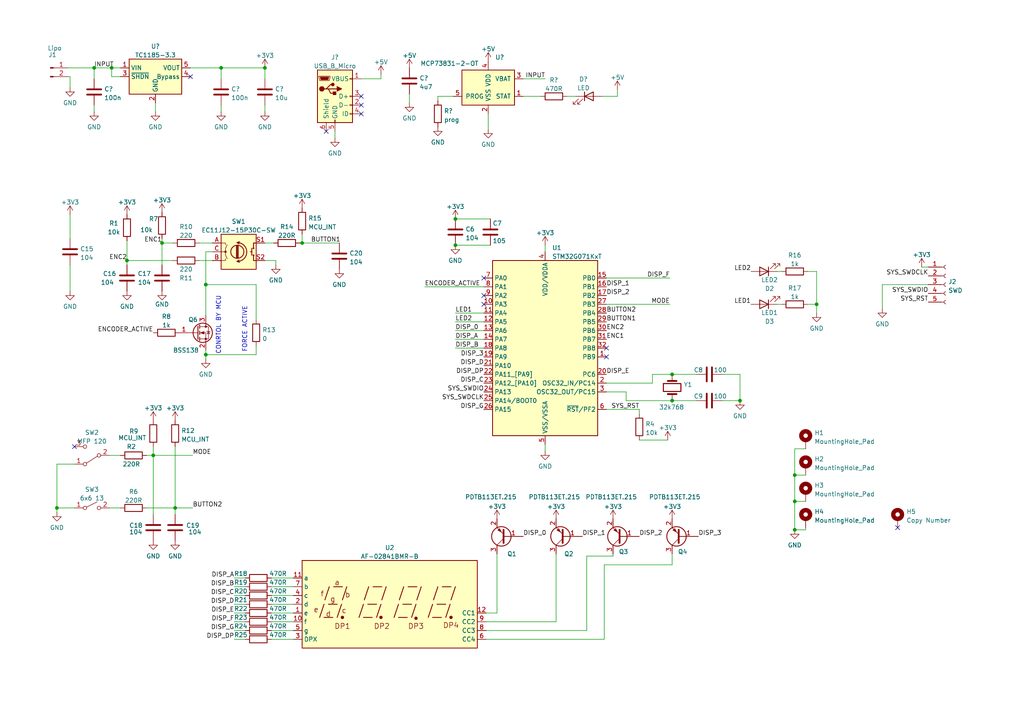
<source format=kicad_sch>
(kicad_sch (version 20211123) (generator eeschema)
  (paper "A4")
  (lib_symbols
    (symbol "Battery_Management:MCP73831-2-OT" (pin_names (offset 1.016))
      (property "Reference" "U" (at -7.62 6.35 0))
      (property "Value" "MCP73831-2-OT" (at 1.27 6.35 0))
      (symbol "MCP73831-2-OT_1_1"
        (pin output line (at 10.16 -2.54 180) (length 2.54) (name "STAT") (number "1"))
        (pin power_in line (at 0 -7.62 90) (length 2.54) (name "VSS") (number "2"))
        (pin power_out line (at 10.16 2.54 180) (length 2.54) (name "VBAT") (number "3"))
        (pin power_in line (at 0 7.62 270) (length 2.54) (name "VDD") (number "4"))
        (pin input line (at -10.16 -2.54 0) (length 2.54) (name "PROG") (number "5"))
      )
    )
    (symbol "Connector:Conn_01x02_Male" (pin_names (offset 1.016) hide)
      (property "Reference" "J" (at 0 2.54 0))
      (property "Value" "Conn_01x02_Male" (at 0 -5.08 0))
      (symbol "Conn_01x02_Male_1_1"
        (pin passive line (at 5.08 0 180) (length 3.81) (name "Pin_1") (number "1"))
        (pin passive line (at 5.08 -2.54 180) (length 3.81) (name "Pin_2") (number "2"))
      )
    )
    (symbol "Connector:Conn_01x05_Female" (pin_names (offset 1.016) hide)
      (property "Reference" "J" (at 0 7.62 0))
      (property "Value" "Conn_01x05_Female" (at 0 -7.62 0))
      (symbol "Conn_01x05_Female_1_1"
        (pin passive line (at -5.08 5.08 0) (length 3.81) (name "Pin_1") (number "1"))
        (pin passive line (at -5.08 2.54 0) (length 3.81) (name "Pin_2") (number "2"))
        (pin passive line (at -5.08 0 0) (length 3.81) (name "Pin_3") (number "3"))
        (pin passive line (at -5.08 -2.54 0) (length 3.81) (name "Pin_4") (number "4"))
        (pin passive line (at -5.08 -5.08 0) (length 3.81) (name "Pin_5") (number "5"))
      )
    )
    (symbol "Connector:USB_B_Micro" (pin_names (offset 1.016))
      (property "Reference" "J" (at -5.08 11.43 0))
      (property "Value" "USB_B_Micro" (at -5.08 8.89 0))
      (symbol "USB_B_Micro_1_1"
        (pin power_out line (at 7.62 5.08 180) (length 2.54) (name "VBUS") (number "1"))
        (pin bidirectional line (at 7.62 -2.54 180) (length 2.54) (name "D-") (number "2"))
        (pin bidirectional line (at 7.62 0 180) (length 2.54) (name "D+") (number "3"))
        (pin passive line (at 7.62 -5.08 180) (length 2.54) (name "ID") (number "4"))
        (pin power_out line (at 0 -10.16 90) (length 2.54) (name "GND") (number "5"))
        (pin passive line (at -2.54 -10.16 90) (length 2.54) (name "Shield") (number "6"))
      )
    )
    (symbol "Device:C" (pin_numbers hide) (pin_names (offset 0.254))
      (property "Reference" "C" (at 0.635 2.54 0))
      (property "Value" "C" (at 0.635 -2.54 0))
      (symbol "C_1_1"
        (pin passive line (at 0 3.81 270) (length 2.794) (name "~") (number "1"))
        (pin passive line (at 0 -3.81 90) (length 2.794) (name "~") (number "2"))
      )
    )
    (symbol "Device:Crystal" (pin_numbers hide) (pin_names (offset 1.016) hide)
      (property "Reference" "Y" (at 0 3.81 0))
      (property "Value" "Crystal" (at 0 -3.81 0))
      (symbol "Crystal_1_1"
        (pin passive line (at -3.81 0 0) (length 1.27) (name "1") (number "1"))
        (pin passive line (at 3.81 0 180) (length 1.27) (name "2") (number "2"))
      )
    )
    (symbol "Device:LED" (pin_numbers hide) (pin_names (offset 1.016) hide)
      (property "Reference" "D" (at 0 2.54 0))
      (property "Value" "LED" (at 0 -2.54 0))
      (symbol "LED_1_1"
        (pin passive line (at -3.81 0 0) (length 2.54) (name "K") (number "1"))
        (pin passive line (at 3.81 0 180) (length 2.54) (name "A") (number "2"))
      )
    )
    (symbol "Device:Q_NMOS_GSD" (pin_names (offset 0) hide)
      (property "Reference" "Q" (at 5.08 1.27 0))
      (property "Value" "Q_NMOS_GSD" (at 5.08 -1.27 0))
      (symbol "Q_NMOS_GSD_1_1"
        (pin input line (at -5.08 0 0) (length 2.54) (name "G") (number "1"))
        (pin passive line (at 2.54 -5.08 90) (length 2.54) (name "S") (number "2"))
        (pin passive line (at 2.54 5.08 270) (length 2.54) (name "D") (number "3"))
      )
    )
    (symbol "Device:R" (pin_numbers hide) (pin_names (offset 0))
      (property "Reference" "R" (at 2.032 0 90))
      (property "Value" "R" (at 0 0 90))
      (symbol "R_1_1"
        (pin passive line (at 0 3.81 270) (length 1.27) (name "~") (number "1"))
        (pin passive line (at 0 -3.81 90) (length 1.27) (name "~") (number "2"))
      )
    )
    (symbol "Device:RotaryEncoder_Switch" (pin_names (offset 0.254) hide)
      (property "Reference" "SW" (at 0 6.604 0))
      (property "Value" "RotaryEncoder_Switch" (at 0 -6.604 0))
      (symbol "RotaryEncoder_Switch_1_1"
        (pin passive line (at -7.62 2.54 0) (length 2.54) (name "A") (number "A"))
        (pin passive line (at -7.62 -2.54 0) (length 2.54) (name "B") (number "B"))
        (pin passive line (at -7.62 0 0) (length 2.54) (name "C") (number "C"))
        (pin passive line (at 7.62 2.54 180) (length 2.54) (name "S1") (number "S1"))
        (pin passive line (at 7.62 -2.54 180) (length 2.54) (name "S2") (number "S2"))
      )
    )
    (symbol "Display_Character:CC56-12EWA"
      (property "Reference" "U" (at -24.13 13.97 0))
      (property "Value" "CC56-12EWA" (at 19.05 13.97 0))
      (symbol "CC56-12EWA_0_0"
        (text "a" (at -15.24 6.35 0) (effects (font (size 1.524 1.524))))
        (text "b" (at -12.192 2.794 0) (effects (font (size 1.524 1.524))))
        (text "c" (at -13.208 -1.778 0) (effects (font (size 1.524 1.524))))
        (text "d" (at -17.78 -2.794 0) (effects (font (size 1.524 1.524))))
        (text "DP1" (at -13.716 -6.35 0) (effects (font (size 1.524 1.524))))
        (text "DP2" (at -2.286 -6.35 0) (effects (font (size 1.524 1.524))))
        (text "DP3" (at 7.62 -6.35 0) (effects (font (size 1.524 1.524))))
        (text "DP4" (at 17.78 -6.096 0) (effects (font (size 1.524 1.524))))
        (text "e" (at -21.336 -1.524 0) (effects (font (size 1.524 1.524))))
        (text "f" (at -19.558 3.048 0) (effects (font (size 1.524 1.524))))
        (text "g" (at -16.51 1.524 0) (effects (font (size 1.524 1.524))))
      )
      (symbol "CC56-12EWA_1_1"
        (pin input line (at -27.94 -2.54 0) (length 2.54) (name "e") (number "1"))
        (pin input line (at -27.94 -5.08 0) (length 2.54) (name "f") (number "10"))
        (pin input line (at -27.94 7.62 0) (length 2.54) (name "a") (number "11"))
        (pin input line (at 27.94 -2.54 180) (length 2.54) (name "CC1") (number "12"))
        (pin input line (at -27.94 0 0) (length 2.54) (name "d") (number "2"))
        (pin input line (at -27.94 -10.16 0) (length 2.54) (name "DPX") (number "3"))
        (pin input line (at -27.94 2.54 0) (length 2.54) (name "c") (number "4"))
        (pin input line (at -27.94 -7.62 0) (length 2.54) (name "g") (number "5"))
        (pin input line (at 27.94 -10.16 180) (length 2.54) (name "CC4") (number "6"))
        (pin input line (at -27.94 5.08 0) (length 2.54) (name "b") (number "7"))
        (pin input line (at 27.94 -7.62 180) (length 2.54) (name "CC3") (number "8"))
        (pin input line (at 27.94 -5.08 180) (length 2.54) (name "CC2") (number "9"))
      )
    )
    (symbol "MCU_ST_STM32G0:STM32G071KxT"
      (property "Reference" "U" (at -15.24 26.67 0))
      (property "Value" "STM32G071KxT" (at 1.27 26.67 0))
      (symbol "STM32G071KxT_1_1"
        (pin bidirectional line (at 17.78 -2.54 180) (length 2.54) (name "PB9") (number "1"))
        (pin bidirectional line (at -17.78 12.7 0) (length 2.54) (name "PA3") (number "10"))
        (pin bidirectional line (at -17.78 10.16 0) (length 2.54) (name "PA4") (number "11"))
        (pin bidirectional line (at -17.78 7.62 0) (length 2.54) (name "PA5") (number "12"))
        (pin bidirectional line (at -17.78 5.08 0) (length 2.54) (name "PA6") (number "13"))
        (pin bidirectional line (at -17.78 2.54 0) (length 2.54) (name "PA7") (number "14"))
        (pin bidirectional line (at 17.78 20.32 180) (length 2.54) (name "PB0") (number "15"))
        (pin bidirectional line (at 17.78 17.78 180) (length 2.54) (name "PB1") (number "16"))
        (pin bidirectional line (at 17.78 15.24 180) (length 2.54) (name "PB2") (number "17"))
        (pin bidirectional line (at -17.78 0 0) (length 2.54) (name "PA8") (number "18"))
        (pin bidirectional line (at -17.78 -2.54 0) (length 2.54) (name "PA9") (number "19"))
        (pin bidirectional line (at 17.78 -10.16 180) (length 2.54) (name "OSC32_IN/PC14") (number "2"))
        (pin bidirectional line (at 17.78 -7.62 180) (length 2.54) (name "PC6") (number "20"))
        (pin bidirectional line (at -17.78 -5.08 0) (length 2.54) (name "PA10") (number "21"))
        (pin bidirectional line (at -17.78 -7.62 0) (length 2.54) (name "PA11_[PA9]") (number "22"))
        (pin bidirectional line (at -17.78 -10.16 0) (length 2.54) (name "PA12_[PA10]") (number "23"))
        (pin bidirectional line (at -17.78 -12.7 0) (length 2.54) (name "PA13") (number "24"))
        (pin bidirectional line (at -17.78 -15.24 0) (length 2.54) (name "PA14/BOOT0") (number "25"))
        (pin bidirectional line (at -17.78 -17.78 0) (length 2.54) (name "PA15") (number "26"))
        (pin bidirectional line (at 17.78 12.7 180) (length 2.54) (name "PB3") (number "27"))
        (pin bidirectional line (at 17.78 10.16 180) (length 2.54) (name "PB4") (number "28"))
        (pin bidirectional line (at 17.78 7.62 180) (length 2.54) (name "PB5") (number "29"))
        (pin bidirectional line (at 17.78 -12.7 180) (length 2.54) (name "OSC32_OUT/PC15") (number "3"))
        (pin bidirectional line (at 17.78 5.08 180) (length 2.54) (name "PB6") (number "30"))
        (pin bidirectional line (at 17.78 2.54 180) (length 2.54) (name "PB7") (number "31"))
        (pin bidirectional line (at 17.78 0 180) (length 2.54) (name "PB8") (number "32"))
        (pin power_in line (at 0 27.94 270) (length 2.54) (name "VDD/VDDA") (number "4"))
        (pin power_in line (at 0 -27.94 90) (length 2.54) (name "VSS/VSSA") (number "5"))
        (pin bidirectional line (at 17.78 -17.78 180) (length 2.54) (name "~{RST}/PF2") (number "6"))
        (pin bidirectional line (at -17.78 20.32 0) (length 2.54) (name "PA0") (number "7"))
        (pin bidirectional line (at -17.78 17.78 0) (length 2.54) (name "PA1") (number "8"))
        (pin bidirectional line (at -17.78 15.24 0) (length 2.54) (name "PA2") (number "9"))
      )
    )
    (symbol "Mechanical:MountingHole_Pad" (pin_numbers hide) (pin_names (offset 1.016) hide)
      (property "Reference" "H" (at 0 6.35 0))
      (property "Value" "MountingHole_Pad" (at 0 4.445 0))
      (symbol "MountingHole_Pad_1_1"
        (pin input line (at 0 -2.54 90) (length 2.54) (name "1") (number "1"))
      )
    )
    (symbol "Regulator_Linear:TC1185-xCT"
      (property "Reference" "U" (at -6.35 6.35 0))
      (property "Value" "TC1185-xCT" (at 0 6.35 0))
      (symbol "TC1185-xCT_1_1"
        (pin power_in line (at -10.16 2.54 0) (length 2.54) (name "VIN") (number "1"))
        (pin power_in line (at 0 -7.62 90) (length 2.54) (name "GND") (number "2"))
        (pin input line (at -10.16 0 0) (length 2.54) (name "~{SHDN}") (number "3"))
        (pin passive line (at 10.16 0 180) (length 2.54) (name "Bypass") (number "4"))
        (pin power_out line (at 10.16 2.54 180) (length 2.54) (name "VOUT") (number "5"))
      )
    )
    (symbol "Switch:SW_SPDT" (pin_names (offset 0) hide)
      (property "Reference" "SW" (at 0 4.318 0))
      (property "Value" "SW_SPDT" (at 0 -5.08 0))
      (symbol "SW_SPDT_1_1"
        (pin passive line (at 5.08 2.54 180) (length 2.54) (name "A") (number "1"))
        (pin passive line (at -5.08 0 0) (length 2.54) (name "B") (number "2"))
        (pin passive line (at 5.08 -2.54 180) (length 2.54) (name "C") (number "3"))
      )
    )
    (symbol "Switch:SW_SPST" (pin_names (offset 0) hide)
      (property "Reference" "SW" (at 0 3.175 0))
      (property "Value" "SW_SPST" (at 0 -2.54 0))
      (symbol "SW_SPST_1_1"
        (pin passive line (at -5.08 0 0) (length 2.54) (name "A") (number "1"))
        (pin passive line (at 5.08 0 180) (length 2.54) (name "B") (number "2"))
      )
    )
    (symbol "Transistor_BJT:BC807" (pin_names (offset 0) hide)
      (property "Reference" "Q" (at 5.08 1.905 0))
      (property "Value" "BC807" (at 5.08 0 0))
      (symbol "BC807_1_1"
        (pin input line (at -5.08 0 0) (length 5.715) (name "B") (number "1"))
        (pin passive line (at 2.54 -5.08 90) (length 2.54) (name "E") (number "2"))
        (pin passive line (at 2.54 5.08 270) (length 2.54) (name "C") (number "3"))
      )
    )
    (symbol "power:+3V3" (power) (pin_names (offset 0))
      (property "Value" "+3V3" (at 0 3.556 0))
      (symbol "+3V3_1_1"
        (pin power_in line (at 0 0 90) (length 0) hide (name "+3V3") (number "1"))
      )
    )
    (symbol "power:+5V" (power) (pin_names (offset 0))
      (property "Value" "+5V" (at 0 3.556 0))
      (symbol "+5V_1_1"
        (pin power_in line (at 0 0 90) (length 0) hide (name "+5V") (number "1"))
      )
    )
    (symbol "power:GND" (power) (pin_names (offset 0))
      (property "Value" "GND" (at 0 -3.81 0))
      (symbol "GND_1_1"
        (pin power_in line (at 0 0 270) (length 0) hide (name "GND") (number "1"))
      )
    )
  )
  (junction (at 16.51 147.32))
  (junction (at 27.305 19.685))
  (junction (at 87.63 70.485))
  (junction (at 76.835 19.685))
  (junction (at 59.69 102.87))
  (junction (at 230.505 137.795))
  (junction (at 59.69 82.55))
  (junction (at 230.505 145.415))
  (junction (at 194.945 116.205))
  (junction (at 64.135 19.685))
  (junction (at 32.385 19.685))
  (junction (at 46.99 70.485))
  (junction (at 236.855 88.265))
  (junction (at 132.08 71.12))
  (junction (at 44.45 132.08))
  (junction (at 230.505 153.67))
  (junction (at 50.8 147.32))
  (junction (at 214.63 116.205))
  (junction (at 194.945 108.585))
  (junction (at 36.83 75.565))
  (junction (at 132.08 63.5))
  (no_connect (at 140.335 80.645))
  (no_connect (at 94.615 38.1))
  (no_connect (at 21.59 129.54))
  (no_connect (at 55.245 22.225))
  (no_connect (at 104.775 33.02))
  (no_connect (at 104.775 30.48))
  (no_connect (at 104.775 27.94))
  (no_connect (at 140.335 88.265))
  (no_connect (at 140.335 85.725))
  (no_connect (at 175.895 100.965))
  (no_connect (at 175.895 103.505))
  (no_connect (at 260.35 153.035))
  (wire (pts (xy 76.835 70.485) (xy 79.375 70.485)))
  (wire (pts (xy 55.245 19.685) (xy 64.135 19.685)))
  (wire (pts (xy 67.945 180.34) (xy 71.12 180.34)))
  (wire (pts (xy 175.895 80.645) (xy 194.31 80.645)))
  (wire (pts (xy 59.69 102.87) (xy 74.295 102.87)))
  (wire (pts (xy 36.83 76.835) (xy 36.83 75.565)))
  (wire (pts (xy 236.855 88.265) (xy 236.855 90.805)))
  (wire (pts (xy 59.69 101.6) (xy 59.69 102.87)))
  (wire (pts (xy 31.75 132.08) (xy 34.925 132.08)))
  (wire (pts (xy 127 27.94) (xy 131.445 27.94)))
  (wire (pts (xy 64.135 19.685) (xy 76.835 19.685)))
  (wire (pts (xy 132.08 63.5) (xy 142.24 63.5)))
  (wire (pts (xy 32.385 19.685) (xy 34.925 19.685)))
  (wire (pts (xy 234.315 88.265) (xy 236.855 88.265)))
  (wire (pts (xy 161.29 160.655) (xy 161.29 180.34)))
  (wire (pts (xy 57.785 70.485) (xy 61.595 70.485)))
  (wire (pts (xy 175.895 118.745) (xy 185.42 118.745)))
  (wire (pts (xy 87.63 67.945) (xy 87.63 70.485)))
  (wire (pts (xy 175.26 185.42) (xy 175.26 163.83)))
  (wire (pts (xy 16.51 134.62) (xy 21.59 134.62)))
  (wire (pts (xy 86.995 70.485) (xy 87.63 70.485)))
  (wire (pts (xy 179.07 27.94) (xy 174.625 27.94)))
  (wire (pts (xy 175.895 113.665) (xy 181.61 113.665)))
  (wire (pts (xy 67.945 175.26) (xy 71.12 175.26)))
  (wire (pts (xy 189.23 111.125) (xy 189.23 108.585)))
  (wire (pts (xy 57.785 75.565) (xy 61.595 75.565)))
  (wire (pts (xy 209.55 108.585) (xy 214.63 108.585)))
  (wire (pts (xy 78.74 177.8) (xy 85.09 177.8)))
  (wire (pts (xy 46.99 69.215) (xy 46.99 70.485)))
  (wire (pts (xy 194.945 108.585) (xy 201.93 108.585)))
  (wire (pts (xy 230.505 153.67) (xy 230.505 145.415)))
  (wire (pts (xy 132.08 100.965) (xy 140.335 100.965)))
  (wire (pts (xy 19.685 19.685) (xy 27.305 19.685)))
  (wire (pts (xy 234.315 78.74) (xy 236.855 78.74)))
  (wire (pts (xy 158.115 71.12) (xy 158.115 73.025)))
  (wire (pts (xy 175.895 88.265) (xy 194.31 88.265)))
  (wire (pts (xy 230.505 137.795) (xy 233.68 137.795)))
  (wire (pts (xy 36.83 69.85) (xy 36.83 75.565)))
  (wire (pts (xy 27.305 30.48) (xy 27.305 32.385)))
  (wire (pts (xy 20.32 62.23) (xy 20.32 69.215)))
  (wire (pts (xy 230.505 130.175) (xy 233.68 130.175)))
  (wire (pts (xy 78.74 185.42) (xy 85.09 185.42)))
  (wire (pts (xy 181.61 116.205) (xy 194.945 116.205)))
  (wire (pts (xy 46.99 70.485) (xy 46.99 76.835)))
  (wire (pts (xy 255.905 82.55) (xy 269.24 82.55)))
  (wire (pts (xy 236.855 78.74) (xy 236.855 88.265)))
  (wire (pts (xy 233.68 153.67) (xy 233.68 153.035)))
  (wire (pts (xy 76.835 75.565) (xy 80.01 75.565)))
  (wire (pts (xy 118.745 27.305) (xy 118.745 29.845)))
  (wire (pts (xy 20.32 25.4) (xy 20.32 22.225)))
  (wire (pts (xy 78.74 180.34) (xy 85.09 180.34)))
  (wire (pts (xy 132.08 98.425) (xy 140.335 98.425)))
  (wire (pts (xy 132.08 90.805) (xy 140.335 90.805)))
  (wire (pts (xy 267.335 77.47) (xy 269.24 77.47)))
  (wire (pts (xy 16.51 147.32) (xy 21.59 147.32)))
  (wire (pts (xy 78.74 172.72) (xy 85.09 172.72)))
  (wire (pts (xy 140.97 177.8) (xy 144.145 177.8)))
  (wire (pts (xy 74.295 82.55) (xy 59.69 82.55)))
  (wire (pts (xy 225.425 78.74) (xy 226.695 78.74)))
  (wire (pts (xy 164.465 27.94) (xy 167.005 27.94)))
  (wire (pts (xy 140.97 185.42) (xy 175.26 185.42)))
  (wire (pts (xy 27.305 19.685) (xy 27.305 22.86)))
  (wire (pts (xy 64.135 19.685) (xy 64.135 22.86)))
  (wire (pts (xy 141.605 33.02) (xy 141.605 37.465)))
  (wire (pts (xy 64.135 30.48) (xy 64.135 32.385)))
  (wire (pts (xy 189.23 108.585) (xy 194.945 108.585)))
  (wire (pts (xy 76.835 30.48) (xy 76.835 32.385)))
  (wire (pts (xy 230.505 145.415) (xy 230.505 137.795)))
  (wire (pts (xy 230.505 145.415) (xy 233.68 145.415)))
  (wire (pts (xy 74.295 82.55) (xy 74.295 92.71)))
  (wire (pts (xy 140.97 180.34) (xy 161.29 180.34)))
  (wire (pts (xy 87.63 70.485) (xy 98.425 70.485)))
  (wire (pts (xy 42.545 132.08) (xy 44.45 132.08)))
  (wire (pts (xy 140.97 182.88) (xy 170.18 182.88)))
  (wire (pts (xy 67.945 182.88) (xy 71.12 182.88)))
  (wire (pts (xy 44.45 132.08) (xy 55.88 132.08)))
  (wire (pts (xy 78.74 167.64) (xy 85.09 167.64)))
  (wire (pts (xy 175.895 111.125) (xy 189.23 111.125)))
  (wire (pts (xy 59.69 102.87) (xy 59.69 104.14)))
  (wire (pts (xy 132.08 95.885) (xy 140.335 95.885)))
  (wire (pts (xy 59.69 82.55) (xy 59.69 91.44)))
  (wire (pts (xy 74.295 102.87) (xy 74.295 100.33)))
  (wire (pts (xy 20.32 76.835) (xy 20.32 84.455)))
  (wire (pts (xy 20.32 22.225) (xy 19.685 22.225)))
  (wire (pts (xy 80.01 75.565) (xy 80.01 76.835)))
  (wire (pts (xy 31.75 147.32) (xy 34.925 147.32)))
  (wire (pts (xy 59.69 73.025) (xy 59.69 82.55)))
  (wire (pts (xy 45.085 29.845) (xy 45.085 32.385)))
  (wire (pts (xy 132.08 71.12) (xy 142.24 71.12)))
  (wire (pts (xy 16.51 148.59) (xy 16.51 147.32)))
  (wire (pts (xy 67.945 170.18) (xy 71.12 170.18)))
  (wire (pts (xy 46.99 70.485) (xy 50.165 70.485)))
  (wire (pts (xy 76.835 19.685) (xy 76.835 22.86)))
  (wire (pts (xy 181.61 113.665) (xy 181.61 116.205)))
  (wire (pts (xy 225.425 88.265) (xy 226.695 88.265)))
  (wire (pts (xy 67.945 167.64) (xy 71.12 167.64)))
  (wire (pts (xy 50.8 147.32) (xy 50.8 149.225)))
  (wire (pts (xy 78.74 182.88) (xy 85.09 182.88)))
  (wire (pts (xy 230.505 137.795) (xy 230.505 130.175)))
  (wire (pts (xy 185.42 118.745) (xy 185.42 120.015)))
  (wire (pts (xy 36.83 75.565) (xy 50.165 75.565)))
  (wire (pts (xy 42.545 147.32) (xy 50.8 147.32)))
  (wire (pts (xy 214.63 108.585) (xy 214.63 116.205)))
  (wire (pts (xy 110.49 21.59) (xy 110.49 22.86)))
  (wire (pts (xy 177.8 161.29) (xy 177.8 160.655)))
  (wire (pts (xy 110.49 22.86) (xy 104.775 22.86)))
  (wire (pts (xy 185.42 127.635) (xy 193.675 127.635)))
  (wire (pts (xy 151.765 22.86) (xy 158.115 22.86)))
  (wire (pts (xy 158.115 128.905) (xy 158.115 130.81)))
  (wire (pts (xy 175.26 163.83) (xy 194.945 163.83)))
  (wire (pts (xy 127 29.21) (xy 127 27.94)))
  (wire (pts (xy 34.925 22.225) (xy 32.385 22.225)))
  (wire (pts (xy 67.945 177.8) (xy 71.12 177.8)))
  (wire (pts (xy 27.305 19.685) (xy 32.385 19.685)))
  (wire (pts (xy 255.905 82.55) (xy 255.905 89.535)))
  (wire (pts (xy 179.07 26.035) (xy 179.07 27.94)))
  (wire (pts (xy 16.51 147.32) (xy 16.51 134.62)))
  (wire (pts (xy 32.385 22.225) (xy 32.385 19.685)))
  (wire (pts (xy 170.18 182.88) (xy 170.18 161.29)))
  (wire (pts (xy 44.45 132.08) (xy 44.45 149.225)))
  (wire (pts (xy 194.945 163.83) (xy 194.945 160.655)))
  (wire (pts (xy 59.69 73.025) (xy 61.595 73.025)))
  (wire (pts (xy 209.55 116.205) (xy 214.63 116.205)))
  (wire (pts (xy 50.8 129.54) (xy 50.8 147.32)))
  (wire (pts (xy 151.765 27.94) (xy 156.845 27.94)))
  (wire (pts (xy 230.505 153.67) (xy 233.68 153.67)))
  (wire (pts (xy 194.945 116.205) (xy 201.93 116.205)))
  (wire (pts (xy 44.45 129.54) (xy 44.45 132.08)))
  (wire (pts (xy 78.74 170.18) (xy 85.09 170.18)))
  (wire (pts (xy 144.145 160.655) (xy 144.145 177.8)))
  (wire (pts (xy 78.74 175.26) (xy 85.09 175.26)))
  (wire (pts (xy 50.8 147.32) (xy 55.88 147.32)))
  (wire (pts (xy 67.945 185.42) (xy 71.12 185.42)))
  (wire (pts (xy 97.155 38.1) (xy 97.155 40.005)))
  (wire (pts (xy 123.19 83.185) (xy 140.335 83.185)))
  (wire (pts (xy 170.18 161.29) (xy 177.8 161.29)))
  (wire (pts (xy 67.945 172.72) (xy 71.12 172.72)))
  (wire (pts (xy 132.08 93.345) (xy 140.335 93.345)))
  (text "FORCE ACTIVE" (at 71.755 102.235 90) (effects (font (size 1.27 1.27)) (justify left bottom)))
  (text "CONRTOL BY MCU" (at 64.135 102.87 90) (effects (font (size 1.27 1.27)) (justify left bottom)))
  (label "BUTTON1" (at 175.895 93.345 0))
  (label "DISP_DP" (at 67.945 185.42 180))
  (label "BUTTON1" (at 90.17 70.485 0))
  (label "DISP_2" (at 185.42 155.575 0))
  (label "DISP_0" (at 132.08 95.885 0))
  (label "LED1" (at 132.08 90.805 0))
  (label "DISP_C" (at 67.945 172.72 180))
  (label "ENC2" (at 36.83 75.565 180))
  (label "SYS_SWDIO" (at 269.24 85.09 180))
  (label "ENC1" (at 175.895 98.425 0))
  (label "DISP_A" (at 132.08 98.425 0))
  (label "ENCODER_ACTIVE" (at 123.19 83.185 0))
  (label "BUTTON2" (at 175.895 90.805 0))
  (label "SYS_SWDIO" (at 140.335 113.665 180))
  (label "DISP_F" (at 67.945 180.34 180))
  (label "BUTTON2" (at 55.88 147.32 0))
  (label "DISP_DP" (at 140.335 108.585 180))
  (label "DISP_A" (at 67.945 167.64 180))
  (label "DISP_G" (at 67.945 182.88 180))
  (label "DISP_3" (at 202.565 155.575 0))
  (label "LED1" (at 217.805 88.265 180))
  (label "DISP_3" (at 140.335 103.505 180))
  (label "INPUT" (at 158.115 22.86 180))
  (label "DISP_E" (at 67.945 177.8 180))
  (label "ENCODER_ACTIVE" (at 44.45 96.52 180))
  (label "SYS_RST" (at 269.24 87.63 180))
  (label "DISP_C" (at 140.335 111.125 180))
  (label "DISP_B" (at 132.08 100.965 0))
  (label "DISP_D" (at 67.945 175.26 180))
  (label "MODE" (at 55.88 132.08 0))
  (label "DISP_E" (at 175.895 108.585 0))
  (label "DISP_0" (at 151.765 155.575 0))
  (label "DISP_F" (at 194.31 80.645 180))
  (label "DISP_1" (at 168.91 155.575 0))
  (label "ENC1" (at 46.99 70.485 180))
  (label "LED2" (at 217.805 78.74 180))
  (label "DISP_G" (at 140.335 118.745 180))
  (label "ENC2" (at 175.895 95.885 0))
  (label "LED2" (at 132.08 93.345 0))
  (label "INPUT" (at 27.305 19.685 0))
  (label "DISP_2" (at 175.895 85.725 0))
  (label "SYS_RST" (at 185.42 118.745 180))
  (label "DISP_1" (at 175.895 83.185 0))
  (label "MODE" (at 194.31 88.265 180))
  (label "DISP_D" (at 140.335 106.045 180))
  (label "SYS_SWDCLK" (at 269.24 80.01 180))
  (label "SYS_SWDCLK" (at 140.335 116.205 180))
  (label "DISP_B" (at 67.945 170.18 180))
  (symbol (lib_id "Device:C") (at 27.305 26.67 0) (unit 1)
    (property "Reference" "C?" (at 30.226 25.8353 0) (effects (justify left)))
    (property "Value" "100n" (at 30.226 28.3722 0) (effects (justify left)))
  )
  (symbol (lib_id "power:+3V3") (at 193.675 127.635 0) (unit 1)
    (property "Reference" "#PWR0119" (effects hide))
    (property "Value" "+3V3" (at 193.675 124.0592 0))
  )
  (symbol (lib_id "power:GND") (at 141.605 37.465 0) (unit 1)
    (property "Reference" "#PWR?" (effects hide))
    (property "Value" "GND" (at 141.605 41.9084 0))
  )
  (symbol (lib_id "power:GND") (at 27.305 32.385 0) (unit 1)
    (property "Reference" "#PWR?" (effects hide))
    (property "Value" "GND" (at 27.305 36.8284 0))
  )
  (symbol (lib_id "Device:C") (at 76.835 26.67 0) (unit 1)
    (property "Reference" "C?" (at 79.756 25.8353 0) (effects (justify left)))
    (property "Value" "10u" (at 79.756 28.3722 0) (effects (justify left)))
  )
  (symbol (lib_id "Device:R") (at 53.975 75.565 90) (unit 1)
    (property "Reference" "R11" (at 53.975 80.645 90))
    (property "Value" "220" (at 53.975 78.105 90))
    (property "Footprint" "Resistor_SMD:R_0603_1608Metric" (effects hide))
  )
  (symbol (lib_id "power:GND") (at 59.69 104.14 0) (unit 1)
    (property "Reference" "#PWR0139" (effects hide))
    (property "Value" "GND" (at 59.69 108.5834 0))
  )
  (symbol (lib_id "power:GND") (at 50.8 156.845 0) (unit 1)
    (property "Reference" "#PWR0143" (effects hide))
    (property "Value" "GND" (at 50.8 161.2884 0))
  )
  (symbol (lib_id "power:GND") (at 118.745 29.845 0) (unit 1)
    (property "Reference" "#PWR?" (effects hide))
    (property "Value" "GND" (at 118.745 34.2884 0))
  )
  (symbol (lib_id "power:+5V") (at 141.605 17.78 0) (unit 1)
    (property "Reference" "#PWR?" (effects hide))
    (property "Value" "+5V" (at 141.605 14.2042 0))
  )
  (symbol (lib_id "Connector:USB_B_Micro") (at 97.155 27.94 0) (unit 1)
    (property "Reference" "J?" (at 97.155 16.6202 0))
    (property "Value" "USB_B_Micro" (at 97.155 19.1571 0))
  )
  (symbol (lib_id "Device:R") (at 48.26 96.52 90) (unit 1)
    (property "Reference" "R8" (at 48.26 91.8042 90))
    (property "Value" "1k" (at 48.26 94.3411 90))
    (property "Footprint" "Resistor_SMD:R_0603_1608Metric" (effects hide))
  )
  (symbol (lib_id "Switch:SW_SPDT") (at 26.67 132.08 180) (unit 1)
    (property "Reference" "SW2" (at 26.67 125.4592 0))
    (property "Value" "MFP 120" (at 26.67 127.9961 0))
    (property "Footprint" "BartLib_Switch:MFP 120" (effects hide))
  )
  (symbol (lib_id "Device:R") (at 74.93 170.18 90) (unit 1)
    (property "Reference" "R19" (at 69.85 168.91 90))
    (property "Value" "470R" (at 80.645 168.91 90))
    (property "Footprint" "Resistor_SMD:R_0603_1608Metric" (effects hide))
  )
  (symbol (lib_id "power:GND") (at 44.45 156.845 0) (unit 1)
    (property "Reference" "#PWR0144" (effects hide))
    (property "Value" "GND" (at 44.45 161.2884 0))
  )
  (symbol (lib_id "Display_Character:CC56-12EWA") (at 113.03 175.26 0) (unit 1)
    (property "Reference" "U2" (at 113.03 158.8602 0))
    (property "Value" "AF-02841BMR-B" (at 113.03 161.3971 0))
    (property "Footprint" "BartLib_Display:LED 7.2mm SMD" (effects hide))
    (property "Datasheet" "http://www.kingbrightusa.com/images/catalog/SPEC/CA56-12EWA.pdf" (effects hide))
  )
  (symbol (lib_id "Device:R") (at 127 33.02 0) (unit 1)
    (property "Reference" "R?" (at 128.778 32.1853 0) (effects (justify left)))
    (property "Value" "prog" (at 128.778 34.7222 0) (effects (justify left)))
  )
  (symbol (lib_id "Device:R") (at 74.93 185.42 90) (unit 1)
    (property "Reference" "R25" (at 69.85 184.15 90))
    (property "Value" "470R" (at 80.645 184.15 90))
    (property "Footprint" "Resistor_SMD:R_0603_1608Metric" (effects hide))
  )
  (symbol (lib_id "power:+3V3") (at 44.45 121.92 0) (unit 1)
    (property "Reference" "#PWR0145" (effects hide))
    (property "Value" "+3V3" (at 44.45 118.3442 0))
  )
  (symbol (lib_id "Device:R") (at 53.975 70.485 90) (unit 1)
    (property "Reference" "R10" (at 53.975 65.7692 90))
    (property "Value" "220" (at 53.975 68.3061 90))
    (property "Footprint" "Resistor_SMD:R_0603_1608Metric" (effects hide))
  )
  (symbol (lib_id "power:GND") (at 16.51 148.59 0) (unit 1)
    (property "Reference" "#PWR0147" (effects hide))
    (property "Value" "GND" (at 16.51 153.0334 0))
  )
  (symbol (lib_id "MCU_ST_STM32G0:STM32G071KxT") (at 158.115 100.965 0) (unit 1)
    (property "Reference" "U1" (at 160.1344 71.8652 0) (effects (justify left)))
    (property "Value" "STM32G071KxT" (at 160.1344 74.4021 0) (effects (justify left)))
    (property "Footprint" "Package_QFP:LQFP-32_7x7mm_P0.8mm" (effects hide))
    (property "Datasheet" "https://www.st.com/resource/en/datasheet/stm32g071kb.pdf" (effects hide))
  )
  (symbol (lib_id "Device:R") (at 44.45 125.73 0) (unit 1)
    (property "Reference" "R9" (at 37.465 125.095 0) (effects (justify left)))
    (property "Value" "MCU_INT" (at 34.29 127 0) (effects (justify left)))
    (property "Footprint" "Resistor_SMD:R_0603_1608Metric" (effects hide))
  )
  (symbol (lib_id "power:+3V3") (at 36.83 62.23 0) (unit 1)
    (property "Reference" "#PWR0140" (effects hide))
    (property "Value" "+3V3" (at 36.83 58.6542 0))
  )
  (symbol (lib_id "Device:Crystal") (at 194.945 112.395 90) (unit 1)
    (property "Reference" "Y1" (at 198.2724 111.5603 90) (effects (justify right)))
    (property "Value" "32k768" (at 191.135 118.11 90) (effects (justify right)))
    (property "Footprint" "BartLib_Crystal:Crystal_D2.00mm_L6.00mm" (effects hide))
  )
  (symbol (lib_id "power:+3V3") (at 177.8 150.495 0) (unit 1)
    (property "Reference" "#PWR0109" (effects hide))
    (property "Value" "+3V3" (at 177.8 146.939 0))
  )
  (symbol (lib_id "Device:R") (at 230.505 78.74 90) (unit 1)
    (property "Reference" "R16" (at 230.505 74.0242 90))
    (property "Value" "1k" (at 230.505 76.5611 90))
    (property "Footprint" "Resistor_SMD:R_0603_1608Metric" (effects hide))
  )
  (symbol (lib_id "Device:R") (at 74.93 177.8 90) (unit 1)
    (property "Reference" "R22" (at 69.85 176.53 90))
    (property "Value" "470R" (at 80.645 176.53 90))
    (property "Footprint" "Resistor_SMD:R_0603_1608Metric" (effects hide))
  )
  (symbol (lib_id "Device:R") (at 74.93 182.88 90) (unit 1)
    (property "Reference" "R24" (at 69.85 181.61 90))
    (property "Value" "470R" (at 80.645 181.61 90))
    (property "Footprint" "Resistor_SMD:R_0603_1608Metric" (effects hide))
  )
  (symbol (lib_id "Device:R") (at 50.8 125.73 0) (unit 1)
    (property "Reference" "R12" (at 52.578 124.8953 0) (effects (justify left)))
    (property "Value" "MCU_INT" (at 52.578 127.4322 0) (effects (justify left)))
    (property "Footprint" "Resistor_SMD:R_0603_1608Metric" (effects hide))
  )
  (symbol (lib_id "power:+5V") (at 179.07 26.035 0) (unit 1)
    (property "Reference" "#PWR?" (effects hide))
    (property "Value" "+5V" (at 179.07 22.4592 0))
  )
  (symbol (lib_id "Device:C") (at 50.8 153.035 0) (unit 1)
    (property "Reference" "C19" (at 53.975 152.4 0) (effects (justify left)))
    (property "Value" "104" (at 54.61 154.305 0) (effects (justify left)))
    (property "Footprint" "Capacitor_SMD:C_0603_1608Metric" (effects hide))
  )
  (symbol (lib_id "power:GND") (at 80.01 76.835 0) (unit 1)
    (property "Reference" "#PWR0138" (effects hide))
    (property "Value" "GND" (at 80.01 81.2784 0))
  )
  (symbol (lib_id "power:GND") (at 45.085 32.385 0) (unit 1)
    (property "Reference" "#PWR?" (effects hide))
    (property "Value" "GND" (at 45.085 36.8284 0))
  )
  (symbol (lib_id "power:+5V") (at 110.49 21.59 0) (unit 1)
    (property "Reference" "#PWR?" (effects hide))
    (property "Value" "+5V" (at 110.49 18.0142 0))
  )
  (symbol (lib_id "Device:R") (at 74.93 172.72 90) (unit 1)
    (property "Reference" "R20" (at 69.85 171.45 90))
    (property "Value" "470R" (at 80.645 171.45 90))
    (property "Footprint" "Resistor_SMD:R_0603_1608Metric" (effects hide))
  )
  (symbol (lib_id "Device:LED") (at 221.615 78.74 180) (unit 1)
    (property "Reference" "D2" (at 223.2025 83.7098 0))
    (property "Value" "LED2" (at 223.2025 81.1729 0))
    (property "Footprint" "LED_SMD:LED_0603_1608Metric" (effects hide))
  )
  (symbol (lib_id "Device:R") (at 46.99 65.405 0) (unit 1)
    (property "Reference" "R7" (at 43.18 63.5 0) (effects (justify left)))
    (property "Value" "10k" (at 40.64 66.675 0) (effects (justify left)))
    (property "Footprint" "Resistor_SMD:R_0603_1608Metric" (effects hide))
  )
  (symbol (lib_id "Device:C") (at 20.32 73.025 0) (unit 1)
    (property "Reference" "C15" (at 23.241 72.1903 0) (effects (justify left)))
    (property "Value" "104" (at 23.241 74.7272 0) (effects (justify left)))
    (property "Footprint" "Capacitor_SMD:C_0603_1608Metric" (effects hide))
  )
  (symbol (lib_id "Device:R") (at 74.93 180.34 90) (unit 1)
    (property "Reference" "R23" (at 69.85 179.07 90))
    (property "Value" "470R" (at 80.645 179.07 90))
    (property "Footprint" "Resistor_SMD:R_0603_1608Metric" (effects hide))
  )
  (symbol (lib_id "Device:C") (at 205.74 116.205 90) (unit 1)
    (property "Reference" "C9" (at 202.565 114.935 90))
    (property "Value" "100" (at 208.915 114.935 90))
    (property "Footprint" "Capacitor_SMD:C_0603_1608Metric" (effects hide))
  )
  (symbol (lib_id "power:+3V3") (at 144.145 150.495 0) (unit 1)
    (property "Reference" "#PWR0110" (effects hide))
    (property "Value" "+3V3" (at 144.145 146.9192 0))
  )
  (symbol (lib_id "Battery_Management:MCP73831-2-OT") (at 141.605 25.4 0) (unit 1)
    (property "Reference" "U?" (at 143.6244 16.6202 0) (effects (justify left)))
    (property "Value" "MCP73831-2-OT" (at 121.92 18.415 0) (effects (justify left)))
    (property "Footprint" "Package_TO_SOT_SMD:SOT-23-5" (effects hide))
    (property "Datasheet" "http://ww1.microchip.com/downloads/en/DeviceDoc/20001984g.pdf" (effects hide))
  )
  (symbol (lib_id "Mechanical:MountingHole_Pad") (at 233.68 142.875 0) (unit 1)
    (property "Reference" "H3" (at 236.22 140.7703 0) (effects (justify left)))
    (property "Value" "MountingHole_Pad" (at 236.22 143.3072 0) (effects (justify left)))
    (property "Footprint" "BartLib_Pad:WirePad 4mm^2 Rect" (effects hide))
  )
  (symbol (lib_id "Connector:Conn_01x05_Female") (at 274.32 82.55 0) (unit 1)
    (property "Reference" "J2" (at 275.0312 81.7153 0) (effects (justify left)))
    (property "Value" "SWD" (at 275.0312 84.2522 0) (effects (justify left)))
    (property "Footprint" "BartLib_Connector:PinHeader_1x05_P1.257_Vertical" (effects hide))
  )
  (symbol (lib_id "power:GND") (at 230.505 153.67 0) (unit 1)
    (property "Reference" "#PWR0148" (effects hide))
    (property "Value" "GND" (at 230.505 158.1134 0))
  )
  (symbol (lib_id "power:GND") (at 64.135 32.385 0) (unit 1)
    (property "Reference" "#PWR?" (effects hide))
    (property "Value" "GND" (at 64.135 36.8284 0))
  )
  (symbol (lib_id "power:+5V") (at 118.745 19.685 0) (unit 1)
    (property "Reference" "#PWR?" (effects hide))
    (property "Value" "+5V" (at 118.745 16.1092 0))
  )
  (symbol (lib_id "power:+3V3") (at 161.29 150.495 0) (unit 1)
    (property "Reference" "#PWR0111" (effects hide))
    (property "Value" "+3V3" (at 161.29 146.939 0))
  )
  (symbol (lib_id "power:GND") (at 158.115 130.81 0) (unit 1)
    (property "Reference" "#PWR0132" (effects hide))
    (property "Value" "GND" (at 158.115 135.2534 0))
  )
  (symbol (lib_id "Device:C") (at 64.135 26.67 0) (unit 1)
    (property "Reference" "C?" (at 67.056 25.8353 0) (effects (justify left)))
    (property "Value" "100n" (at 67.056 28.3722 0) (effects (justify left)))
  )
  (symbol (lib_id "Device:R") (at 36.83 66.04 0) (unit 1)
    (property "Reference" "R1" (at 33.02 64.77 0))
    (property "Value" "10k" (at 33.02 67.31 0))
    (property "Footprint" "Resistor_SMD:R_0603_1608Metric" (effects hide))
  )
  (symbol (lib_id "Transistor_BJT:BC807") (at 180.34 155.575 180) (unit 1)
    (property "Reference" "Q3" (at 182.245 160.02 0) (effects (justify left)))
    (property "Value" "PDTB113ET.215" (at 184.785 144.145 0) (effects (justify left)))
    (property "Footprint" "Package_TO_SOT_SMD:SOT-23" (effects hide))
    (property "Datasheet" "https://www.onsemi.com/pub/Collateral/BC808-D.pdf" (effects hide))
  )
  (symbol (lib_id "Device:LED") (at 221.615 88.265 180) (unit 1)
    (property "Reference" "D3" (at 223.2025 93.2348 0))
    (property "Value" "LED1" (at 223.2025 90.6979 0))
    (property "Footprint" "LED_SMD:LED_0603_1608Metric" (effects hide))
  )
  (symbol (lib_id "Device:C") (at 205.74 108.585 90) (unit 1)
    (property "Reference" "C8" (at 202.565 107.315 90))
    (property "Value" "100" (at 208.915 107.315 90))
    (property "Footprint" "Capacitor_SMD:C_0603_1608Metric" (effects hide))
  )
  (symbol (lib_id "power:GND") (at 236.855 90.805 0) (unit 1)
    (property "Reference" "#PWR0131" (effects hide))
    (property "Value" "GND" (at 236.855 95.2484 0))
  )
  (symbol (lib_id "power:+3V3") (at 46.99 61.595 0) (unit 1)
    (property "Reference" "#PWR0142" (effects hide))
    (property "Value" "+3V3" (at 46.99 58.039 0))
  )
  (symbol (lib_id "Regulator_Linear:TC1185-xCT") (at 45.085 22.225 0) (unit 1)
    (property "Reference" "U?" (at 45.085 13.4452 0))
    (property "Value" "TC1185-3.3" (at 45.085 15.9821 0))
    (property "Footprint" "Package_TO_SOT_SMD:SOT-23-5" (effects hide))
    (property "Datasheet" "https://ww1.microchip.com/downloads/aemDocuments/documents/APID/ProductDocuments/DataSheets/21335e.pdf" (effects hide))
  )
  (symbol (lib_id "power:GND") (at 46.99 84.455 0) (unit 1)
    (property "Reference" "#PWR0134" (effects hide))
    (property "Value" "GND" (at 46.99 88.265 0))
  )
  (symbol (lib_id "power:GND") (at 255.905 89.535 0) (unit 1)
    (property "Reference" "#PWR0129" (effects hide))
    (property "Value" "GND" (at 255.905 93.9784 0))
  )
  (symbol (lib_id "power:GND") (at 76.835 32.385 0) (unit 1)
    (property "Reference" "#PWR?" (effects hide))
    (property "Value" "GND" (at 76.835 36.8284 0))
  )
  (symbol (lib_id "Mechanical:MountingHole_Pad") (at 233.68 127.635 0) (unit 1)
    (property "Reference" "H1" (at 236.22 125.5303 0) (effects (justify left)))
    (property "Value" "MountingHole_Pad" (at 236.22 128.0672 0) (effects (justify left)))
    (property "Footprint" "BartLib_Pad:WirePad 4mm^2 Rect" (effects hide))
  )
  (symbol (lib_id "Device:R") (at 87.63 64.135 0) (unit 1)
    (property "Reference" "R15" (at 89.408 63.3003 0) (effects (justify left)))
    (property "Value" "MCU_INT" (at 89.408 65.8372 0) (effects (justify left)))
    (property "Footprint" "Resistor_SMD:R_0603_1608Metric" (effects hide))
  )
  (symbol (lib_id "power:+3V3") (at 267.335 77.47 0) (unit 1)
    (property "Reference" "#PWR0103" (effects hide))
    (property "Value" "+3V3" (at 267.335 73.8942 0))
  )
  (symbol (lib_id "power:GND") (at 214.63 116.205 0) (unit 1)
    (property "Reference" "#PWR0118" (effects hide))
    (property "Value" "GND" (at 214.63 120.6484 0))
  )
  (symbol (lib_id "Device:R") (at 74.93 175.26 90) (unit 1)
    (property "Reference" "R21" (at 69.85 173.99 90))
    (property "Value" "470R" (at 80.645 173.99 90))
    (property "Footprint" "Resistor_SMD:R_0603_1608Metric" (effects hide))
  )
  (symbol (lib_id "power:+3V3") (at 87.63 60.325 0) (unit 1)
    (property "Reference" "#PWR0133" (effects hide))
    (property "Value" "+3V3" (at 87.63 56.7492 0))
  )
  (symbol (lib_id "power:GND") (at 36.83 84.455 0) (unit 1)
    (property "Reference" "#PWR0135" (effects hide))
    (property "Value" "GND" (at 36.83 88.8984 0))
  )
  (symbol (lib_id "Mechanical:MountingHole_Pad") (at 233.68 135.255 0) (unit 1)
    (property "Reference" "H2" (at 236.22 133.1503 0) (effects (justify left)))
    (property "Value" "MountingHole_Pad" (at 236.22 135.6872 0) (effects (justify left)))
    (property "Footprint" "BartLib_Pad:WirePad 4mm^2 Rect" (effects hide))
  )
  (symbol (lib_id "Transistor_BJT:BC807") (at 163.83 155.575 180) (unit 1)
    (property "Reference" "Q2" (at 166.37 160.655 0) (effects (justify left)))
    (property "Value" "PDTB113ET.215" (at 168.275 144.145 0) (effects (justify left)))
    (property "Footprint" "Package_TO_SOT_SMD:SOT-23" (effects hide))
    (property "Datasheet" "https://www.onsemi.com/pub/Collateral/BC808-D.pdf" (effects hide))
  )
  (symbol (lib_id "Device:R") (at 74.93 167.64 90) (unit 1)
    (property "Reference" "R18" (at 69.85 166.37 90))
    (property "Value" "470R" (at 80.645 166.37 90))
    (property "Footprint" "Resistor_SMD:R_0603_1608Metric" (effects hide))
  )
  (symbol (lib_id "power:+3V3") (at 194.945 150.495 0) (unit 1)
    (property "Reference" "#PWR0108" (effects hide))
    (property "Value" "+3V3" (at 194.945 146.939 0))
  )
  (symbol (lib_id "Device:C") (at 118.745 23.495 0) (unit 1)
    (property "Reference" "C?" (at 121.666 22.6603 0) (effects (justify left)))
    (property "Value" "4u7" (at 121.666 25.1972 0) (effects (justify left)))
  )
  (symbol (lib_id "Connector:Conn_01x02_Male") (at 14.605 19.685 0) (unit 1)
    (property "Reference" "J1" (at 15.24 15.909 0))
    (property "Value" "Lipo" (at 15.875 13.97 0))
    (property "Footprint" "BartLib_Battery:BC-0401 AAA R3" (effects hide))
  )
  (symbol (lib_id "Device:RotaryEncoder_Switch") (at 69.215 73.025 0) (unit 1)
    (property "Reference" "SW1" (at 69.215 64.2452 0))
    (property "Value" "EC11J12-15P30C-SW" (at 69.215 66.7821 0))
    (property "Footprint" "BartLib_Encoder:EC11J12-15P30C-SW" (effects hide))
  )
  (symbol (lib_id "Switch:SW_SPST") (at 26.67 147.32 0) (unit 1)
    (property "Reference" "SW3" (at 26.67 141.9692 0))
    (property "Value" "6x6 13" (at 26.67 144.5061 0))
    (property "Footprint" "Button_Switch_THT:SW_PUSH_6mm_H13mm" (effects hide))
  )
  (symbol (lib_id "Device:R") (at 230.505 88.265 90) (unit 1)
    (property "Reference" "R17" (at 230.505 83.5492 90))
    (property "Value" "1k" (at 230.505 86.0861 90))
    (property "Footprint" "Resistor_SMD:R_0603_1608Metric" (effects hide))
  )
  (symbol (lib_id "Device:R") (at 38.735 147.32 90) (unit 1)
    (property "Reference" "R6" (at 38.735 142.6042 90))
    (property "Value" "220R" (at 38.735 145.1411 90))
    (property "Footprint" "Resistor_SMD:R_0603_1608Metric" (effects hide))
  )
  (symbol (lib_id "Device:C") (at 132.08 67.31 0) (unit 1)
    (property "Reference" "C6" (at 135.001 66.4753 0) (effects (justify left)))
    (property "Value" "104" (at 135.001 69.0122 0) (effects (justify left)))
    (property "Footprint" "Capacitor_SMD:C_0603_1608Metric" (effects hide))
  )
  (symbol (lib_id "Device:R") (at 74.295 96.52 0) (unit 1)
    (property "Reference" "R13" (at 76.073 95.6853 0) (effects (justify left)))
    (property "Value" "0" (at 76.073 98.2222 0) (effects (justify left)))
    (property "Footprint" "Resistor_SMD:R_0603_1608Metric" (effects hide))
  )
  (symbol (lib_id "power:GND") (at 20.32 25.4 0) (unit 1)
    (property "Reference" "#PWR?" (effects hide))
    (property "Value" "GND" (at 20.32 29.8434 0))
  )
  (symbol (lib_id "power:GND") (at 20.32 84.455 0) (unit 1)
    (property "Reference" "#PWR0136" (effects hide))
    (property "Value" "GND" (at 20.32 88.8984 0))
  )
  (symbol (lib_id "power:GND") (at 127 36.83 0) (unit 1)
    (property "Reference" "#PWR?" (effects hide))
    (property "Value" "GND" (at 127 41.2734 0))
  )
  (symbol (lib_id "Mechanical:MountingHole_Pad") (at 233.68 150.495 0) (unit 1)
    (property "Reference" "H4" (at 236.22 148.3903 0) (effects (justify left)))
    (property "Value" "MountingHole_Pad" (at 236.22 150.9272 0) (effects (justify left)))
    (property "Footprint" "BartLib_Pad:WirePad 4mm^2 Rect" (effects hide))
  )
  (symbol (lib_id "Device:R") (at 83.185 70.485 90) (unit 1)
    (property "Reference" "R14" (at 83.185 65.7692 90))
    (property "Value" "220R" (at 83.185 68.3061 90))
    (property "Footprint" "Resistor_SMD:R_0603_1608Metric" (effects hide))
  )
  (symbol (lib_id "power:GND") (at 98.425 78.105 0) (unit 1)
    (property "Reference" "#PWR0137" (effects hide))
    (property "Value" "GND" (at 98.425 82.5484 0))
  )
  (symbol (lib_id "Transistor_BJT:BC807") (at 197.485 155.575 180) (unit 1)
    (property "Reference" "Q4" (at 199.39 160.02 0) (effects (justify left)))
    (property "Value" "PDTB113ET.215" (at 203.2 144.145 0) (effects (justify left)))
    (property "Footprint" "Package_TO_SOT_SMD:SOT-23" (effects hide))
    (property "Datasheet" "https://www.onsemi.com/pub/Collateral/BC808-D.pdf" (effects hide))
  )
  (symbol (lib_id "power:+3V3") (at 158.115 71.12 0) (unit 1)
    (property "Reference" "#PWR0115" (effects hide))
    (property "Value" "+3V3" (at 158.115 67.5442 0))
  )
  (symbol (lib_id "Transistor_BJT:BC807") (at 146.685 155.575 180) (unit 1)
    (property "Reference" "Q1" (at 149.86 160.655 0) (effects (justify left)))
    (property "Value" "PDTB113ET.215" (at 149.86 144.145 0) (effects (justify left)))
    (property "Footprint" "Package_TO_SOT_SMD:SOT-23" (effects hide))
    (property "Datasheet" "https://www.onsemi.com/pub/Collateral/BC808-D.pdf" (effects hide))
  )
  (symbol (lib_id "Device:LED") (at 170.815 27.94 0) (unit 1)
    (property "Reference" "D?" (at 169.2275 22.9702 0))
    (property "Value" "LED" (at 169.2275 25.5071 0))
  )
  (symbol (lib_id "Device:R") (at 185.42 123.825 180) (unit 1)
    (property "Reference" "R4" (at 187.198 122.9903 0) (effects (justify right)))
    (property "Value" "10k" (at 187.198 125.5272 0) (effects (justify right)))
    (property "Footprint" "Resistor_SMD:R_0603_1608Metric" (effects hide))
  )
  (symbol (lib_id "power:+3V3") (at 20.32 62.23 0) (unit 1)
    (property "Reference" "#PWR0141" (effects hide))
    (property "Value" "+3V3" (at 20.32 58.6542 0))
  )
  (symbol (lib_id "Device:C") (at 98.425 74.295 0) (unit 1)
    (property "Reference" "C20" (at 101.346 73.4603 0) (effects (justify left)))
    (property "Value" "104" (at 101.346 75.9972 0) (effects (justify left)))
    (property "Footprint" "Capacitor_SMD:C_0603_1608Metric" (effects hide))
  )
  (symbol (lib_id "Device:R") (at 160.655 27.94 90) (unit 1)
    (property "Reference" "R?" (at 160.655 23.2242 90))
    (property "Value" "470R" (at 160.655 25.7611 90))
  )
  (symbol (lib_id "power:+3V3") (at 132.08 63.5 0) (unit 1)
    (property "Reference" "#PWR0117" (effects hide))
    (property "Value" "+3V3" (at 132.08 59.9242 0))
  )
  (symbol (lib_id "power:GND") (at 97.155 40.005 0) (unit 1)
    (property "Reference" "#PWR?" (effects hide))
    (property "Value" "GND" (at 97.155 44.4484 0))
  )
  (symbol (lib_id "power:GND") (at 132.08 71.12 0) (unit 1)
    (property "Reference" "#PWR0116" (effects hide))
    (property "Value" "GND" (at 132.08 75.5634 0))
  )
  (symbol (lib_id "Device:C") (at 142.24 67.31 0) (unit 1)
    (property "Reference" "C7" (at 142.875 64.77 0) (effects (justify left)))
    (property "Value" "105" (at 142.875 69.85 0) (effects (justify left)))
    (property "Footprint" "Capacitor_SMD:C_0603_1608Metric" (effects hide))
  )
  (symbol (lib_id "Device:Q_NMOS_GSD") (at 57.15 96.52 0) (unit 1)
    (property "Reference" "Q6" (at 54.61 92.71 0) (effects (justify left)))
    (property "Value" "BSS138" (at 50.165 101.6 0) (effects (justify left)))
    (property "Footprint" "Package_TO_SOT_SMD:SOT-23" (effects hide))
  )
  (symbol (lib_id "Device:C") (at 36.83 80.645 180) (unit 1)
    (property "Reference" "C16" (at 29.845 79.375 0) (effects (justify right)))
    (property "Value" "104" (at 29.21 81.915 0) (effects (justify right)))
    (property "Footprint" "Capacitor_SMD:C_0603_1608Metric" (effects hide))
  )
  (symbol (lib_id "power:+3V3") (at 76.835 19.685 0) (unit 1)
    (property "Reference" "#PWR?" (effects hide))
    (property "Value" "+3V3" (at 76.835 16.1092 0))
  )
  (symbol (lib_id "power:+3V3") (at 50.8 121.92 0) (unit 1)
    (property "Reference" "#PWR0146" (effects hide))
    (property "Value" "+3V3" (at 50.8 118.364 0))
  )
  (symbol (lib_id "Device:C") (at 44.45 153.035 0) (unit 1)
    (property "Reference" "C18" (at 37.465 152.4 0) (effects (justify left)))
    (property "Value" "104" (at 37.465 154.305 0) (effects (justify left)))
    (property "Footprint" "Capacitor_SMD:C_0603_1608Metric" (effects hide))
  )
  (symbol (lib_id "Device:C") (at 46.99 80.645 0) (unit 1)
    (property "Reference" "C17" (at 43.815 79.375 0) (effects (justify right)))
    (property "Value" "104" (at 43.815 81.915 0) (effects (justify right)))
    (property "Footprint" "Capacitor_SMD:C_0603_1608Metric" (effects hide))
  )
  (symbol (lib_id "Device:R") (at 38.735 132.08 90) (unit 1)
    (property "Reference" "R2" (at 38.1 129.54 90))
    (property "Value" "220R" (at 38.1 134.62 90))
    (property "Footprint" "Resistor_SMD:R_0603_1608Metric" (effects hide))
  )
  (symbol (lib_id "Mechanical:MountingHole_Pad") (at 260.35 150.495 0) (unit 1)
    (property "Reference" "H5" (at 262.89 148.3903 0) (effects (justify left)))
    (property "Value" "Copy Number" (at 262.89 150.9272 0) (effects (justify left)))
    (property "Footprint" "BartLib_Logo:number" (effects hide))
  )
)
</source>
